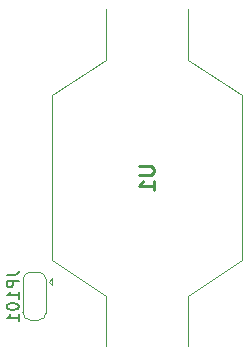
<source format=gbr>
G04 #@! TF.GenerationSoftware,KiCad,Pcbnew,(5.1.6)-1*
G04 #@! TF.CreationDate,2020-10-21T14:23:11+02:00*
G04 #@! TF.ProjectId,Stimmungslicht,5374696d-6d75-46e6-9773-6c696368742e,rev?*
G04 #@! TF.SameCoordinates,Original*
G04 #@! TF.FileFunction,Legend,Bot*
G04 #@! TF.FilePolarity,Positive*
%FSLAX46Y46*%
G04 Gerber Fmt 4.6, Leading zero omitted, Abs format (unit mm)*
G04 Created by KiCad (PCBNEW (5.1.6)-1) date 2020-10-21 14:23:11*
%MOMM*%
%LPD*%
G01*
G04 APERTURE LIST*
%ADD10C,0.100000*%
%ADD11C,0.120000*%
%ADD12C,0.254000*%
%ADD13C,0.150000*%
G04 APERTURE END LIST*
D10*
X147731360Y-126314920D02*
X147731360Y-130564920D01*
X152281360Y-123314920D02*
X147731360Y-126314920D01*
X152281360Y-109314920D02*
X152281360Y-123314920D01*
X147731360Y-106314920D02*
X152281360Y-109314920D01*
X147731360Y-102064920D02*
X147731360Y-106314920D01*
X140731360Y-126314920D02*
X140731360Y-130564920D01*
X136181360Y-123314920D02*
X140731360Y-126314920D01*
X136181360Y-109314920D02*
X136181360Y-123314920D01*
X140731360Y-106314920D02*
X136181360Y-109314920D01*
X140731360Y-102064920D02*
X140731360Y-106314920D01*
D11*
X133701280Y-124944680D02*
X133701280Y-127744680D01*
X134401280Y-128394680D02*
X135001280Y-128394680D01*
X135701280Y-127744680D02*
X135701280Y-124944680D01*
X135001280Y-124294680D02*
X134401280Y-124294680D01*
X135901280Y-125144680D02*
X136201280Y-124844680D01*
X136201280Y-124844680D02*
X136201280Y-125444680D01*
X135901280Y-125144680D02*
X136201280Y-125444680D01*
X134401280Y-124294680D02*
G75*
G03*
X133701280Y-124994680I0J-700000D01*
G01*
X135701280Y-124994680D02*
G75*
G03*
X135001280Y-124294680I-700000J0D01*
G01*
X135001280Y-128394680D02*
G75*
G03*
X135701280Y-127694680I0J700000D01*
G01*
X133701280Y-127694680D02*
G75*
G03*
X134401280Y-128394680I700000J0D01*
G01*
D12*
X143535883Y-115347300D02*
X144563979Y-115347300D01*
X144684931Y-115407777D01*
X144745407Y-115468253D01*
X144805883Y-115589205D01*
X144805883Y-115831110D01*
X144745407Y-115952062D01*
X144684931Y-116012539D01*
X144563979Y-116073015D01*
X143535883Y-116073015D01*
X144805883Y-117343015D02*
X144805883Y-116617300D01*
X144805883Y-116980158D02*
X143535883Y-116980158D01*
X143717312Y-116859205D01*
X143838264Y-116738253D01*
X143898740Y-116617300D01*
D13*
X132353660Y-124558965D02*
X133067946Y-124558965D01*
X133210803Y-124511346D01*
X133306041Y-124416108D01*
X133353660Y-124273251D01*
X133353660Y-124178013D01*
X133353660Y-125035156D02*
X132353660Y-125035156D01*
X132353660Y-125416108D01*
X132401280Y-125511346D01*
X132448899Y-125558965D01*
X132544137Y-125606584D01*
X132686994Y-125606584D01*
X132782232Y-125558965D01*
X132829851Y-125511346D01*
X132877470Y-125416108D01*
X132877470Y-125035156D01*
X133353660Y-126558965D02*
X133353660Y-125987537D01*
X133353660Y-126273251D02*
X132353660Y-126273251D01*
X132496518Y-126178013D01*
X132591756Y-126082775D01*
X132639375Y-125987537D01*
X132353660Y-127178013D02*
X132353660Y-127273251D01*
X132401280Y-127368489D01*
X132448899Y-127416108D01*
X132544137Y-127463727D01*
X132734613Y-127511346D01*
X132972708Y-127511346D01*
X133163184Y-127463727D01*
X133258422Y-127416108D01*
X133306041Y-127368489D01*
X133353660Y-127273251D01*
X133353660Y-127178013D01*
X133306041Y-127082775D01*
X133258422Y-127035156D01*
X133163184Y-126987537D01*
X132972708Y-126939918D01*
X132734613Y-126939918D01*
X132544137Y-126987537D01*
X132448899Y-127035156D01*
X132401280Y-127082775D01*
X132353660Y-127178013D01*
X133353660Y-128463727D02*
X133353660Y-127892299D01*
X133353660Y-128178013D02*
X132353660Y-128178013D01*
X132496518Y-128082775D01*
X132591756Y-127987537D01*
X132639375Y-127892299D01*
M02*

</source>
